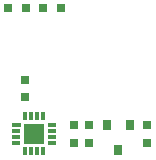
<source format=gbr>
%FSLAX34Y34*%
%MOMM*%
%LNSMDMASK_TOP*%
G71*
G01*
%ADD10R, 0.800X0.300*%
%ADD11R, 0.300X0.800*%
%ADD12R, 0.800X0.800*%
%ADD13R, 1.700X1.700*%
%ADD14R, 0.800X0.899*%
%LPD*%
X15002Y-2500D02*
G54D10*
D03*
X15002Y-7502D02*
G54D10*
D03*
X15002Y2501D02*
G54D10*
D03*
X-15000Y-2500D02*
G54D10*
D03*
X-15000Y-7502D02*
G54D10*
D03*
X-15001Y2501D02*
G54D10*
D03*
X2501Y-15002D02*
G54D11*
D03*
X7502Y-15002D02*
G54D11*
D03*
G36*
X-19000Y9001D02*
X-11000Y9001D01*
X-11000Y6001D01*
X-19000Y6001D01*
X-19000Y9001D01*
G37*
X-2500Y-15001D02*
G54D11*
D03*
X-7499Y-15001D02*
G54D11*
D03*
X2501Y15001D02*
G54D11*
D03*
X7502Y15002D02*
G54D11*
D03*
X15002Y7501D02*
G54D10*
D03*
X-2500Y15001D02*
G54D11*
D03*
X-7499Y15001D02*
G54D11*
D03*
X-2500Y15001D02*
G54D11*
D03*
X-7500Y45877D02*
G54D12*
D03*
X-7499Y30876D02*
G54D12*
D03*
X34133Y-7500D02*
G54D12*
D03*
X34132Y7501D02*
G54D12*
D03*
X0Y0D02*
G54D13*
D03*
X80913Y7501D02*
G54D14*
D03*
X61914Y7501D02*
G54D14*
D03*
X71413Y-13505D02*
G54D14*
D03*
X95994Y7501D02*
G54D12*
D03*
X95995Y-7499D02*
G54D12*
D03*
X46833Y-7499D02*
G54D12*
D03*
X46832Y7501D02*
G54D12*
D03*
X22640Y106364D02*
G54D12*
D03*
X7640Y106363D02*
G54D12*
D03*
X-6647Y106363D02*
G54D12*
D03*
X-21648Y106362D02*
G54D12*
D03*
M02*

</source>
